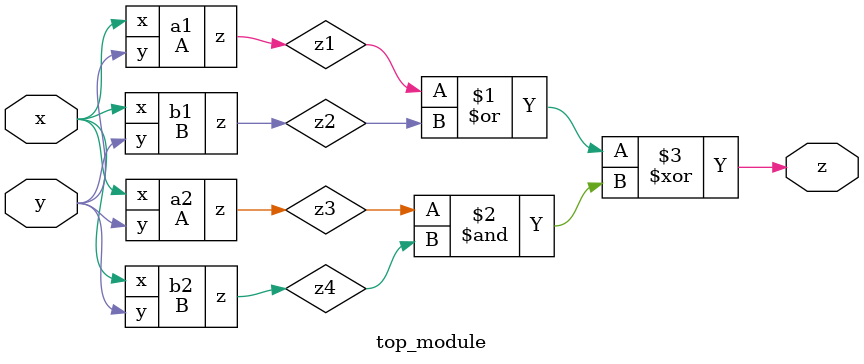
<source format=sv>
module A(
    input x,
    input y,
    output z
);
assign z = (x ^ y) & x;
endmodule
module B(
    input x,
    input y,
    output z
);
assign z = (x & ~y) | (~x & y) | (x & y);
endmodule
module top_module(
    input x,
    input y,
    output z
);
wire z1, z2, z3;

A a1(
    .x(x),
    .y(y),
    .z(z1)
);

B b1(
    .x(x),
    .y(y),
    .z(z2)
);

A a2(
    .x(x),
    .y(y),
    .z(z3)
);

B b2(
    .x(x),
    .y(y),
    .z(z4)
);

assign z = (z1 | z2) ^ (z3 & z4);
endmodule

</source>
